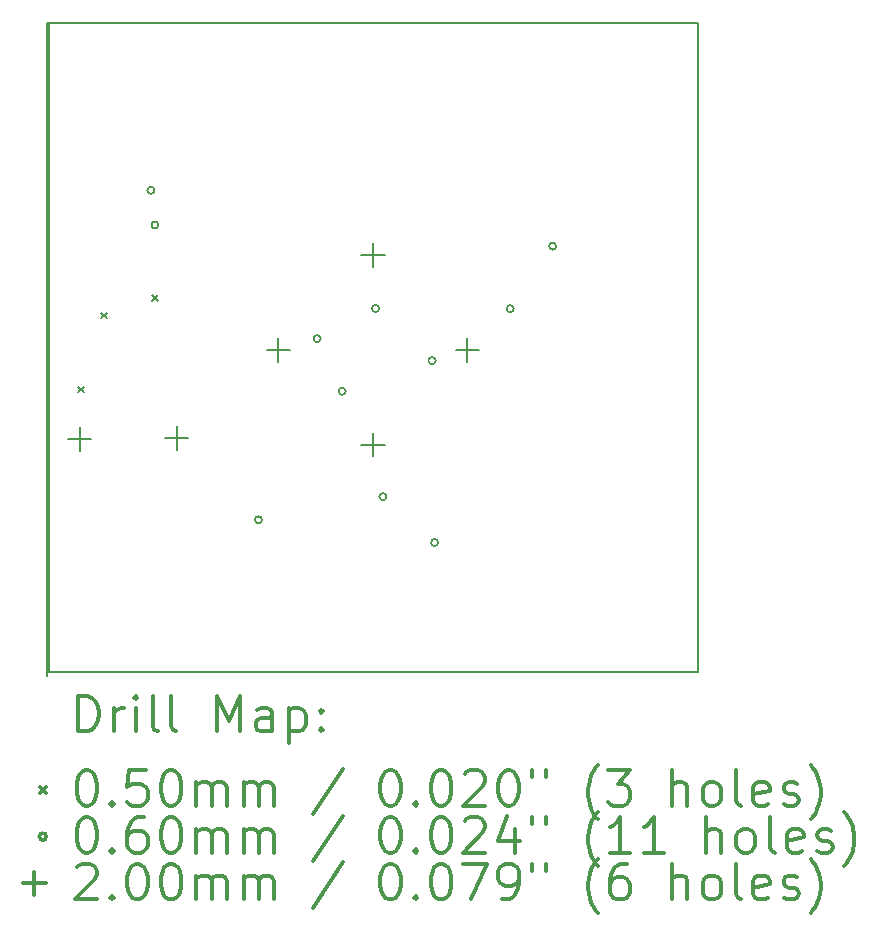
<source format=gbr>
%FSLAX45Y45*%
G04 Gerber Fmt 4.5, Leading zero omitted, Abs format (unit mm)*
G04 Created by KiCad (PCBNEW 4.0.6) date 05/08/17 07:18:40*
%MOMM*%
%LPD*%
G01*
G04 APERTURE LIST*
%ADD10C,0.127000*%
%ADD11C,0.150000*%
%ADD12C,0.200000*%
%ADD13C,0.300000*%
G04 APERTURE END LIST*
D10*
D11*
X9908810Y-12978890D02*
X9908810Y-7478890D01*
X9907210Y-12964290D02*
X9907210Y-7464290D01*
X9907410Y-12955690D02*
X9907410Y-7455690D01*
X9919010Y-12951990D02*
X15419010Y-12951990D01*
X9919010Y-7451990D02*
X15419010Y-7451990D01*
X9919010Y-12951990D02*
X9919010Y-7451990D01*
X15419010Y-12951990D02*
X15419010Y-7451990D01*
X15408110Y-12951990D02*
X9908110Y-12951990D01*
X15408110Y-7451990D02*
X9908110Y-7451990D01*
X9908110Y-12951990D02*
X9908110Y-7451990D01*
D12*
X10169010Y-10531990D02*
X10219010Y-10581990D01*
X10219010Y-10531990D02*
X10169010Y-10581990D01*
X10359790Y-9905090D02*
X10409790Y-9955090D01*
X10409790Y-9905090D02*
X10359790Y-9955090D01*
X10792510Y-9753790D02*
X10842510Y-9803790D01*
X10842510Y-9753790D02*
X10792510Y-9803790D01*
X10815010Y-8871190D02*
G75*
G03X10815010Y-8871190I-30000J0D01*
G01*
X10850010Y-9164390D02*
G75*
G03X10850010Y-9164390I-30000J0D01*
G01*
X11726300Y-11660400D02*
G75*
G03X11726300Y-11660400I-30000J0D01*
G01*
X12222030Y-10126510D02*
G75*
G03X12222030Y-10126510I-30000J0D01*
G01*
X12435810Y-10571890D02*
G75*
G03X12435810Y-10571890I-30000J0D01*
G01*
X12717330Y-9869970D02*
G75*
G03X12717330Y-9869970I-30000J0D01*
G01*
X12780310Y-11464290D02*
G75*
G03X12780310Y-11464290I-30000J0D01*
G01*
X13195710Y-10311890D02*
G75*
G03X13195710Y-10311890I-30000J0D01*
G01*
X13217810Y-11852690D02*
G75*
G03X13217810Y-11852690I-30000J0D01*
G01*
X13857210Y-9872890D02*
G75*
G03X13857210Y-9872890I-30000J0D01*
G01*
X14216410Y-9342390D02*
G75*
G03X14216410Y-9342390I-30000J0D01*
G01*
X10182510Y-10875890D02*
X10182510Y-11075890D01*
X10082510Y-10975890D02*
X10282510Y-10975890D01*
X11002910Y-10869290D02*
X11002910Y-11069290D01*
X10902910Y-10969290D02*
X11102910Y-10969290D01*
X11864370Y-10120490D02*
X11864370Y-10320490D01*
X11764370Y-10220490D02*
X11964370Y-10220490D01*
X12664470Y-9320390D02*
X12664470Y-9520390D01*
X12564470Y-9420390D02*
X12764470Y-9420390D01*
X12664470Y-10923130D02*
X12664470Y-11123130D01*
X12564470Y-11023130D02*
X12764470Y-11023130D01*
X13464570Y-10120490D02*
X13464570Y-10320490D01*
X13364570Y-10220490D02*
X13564570Y-10220490D01*
D13*
X10171139Y-13452104D02*
X10171139Y-13152104D01*
X10242567Y-13152104D01*
X10285424Y-13166390D01*
X10313996Y-13194961D01*
X10328281Y-13223533D01*
X10342567Y-13280676D01*
X10342567Y-13323533D01*
X10328281Y-13380676D01*
X10313996Y-13409247D01*
X10285424Y-13437819D01*
X10242567Y-13452104D01*
X10171139Y-13452104D01*
X10471139Y-13452104D02*
X10471139Y-13252104D01*
X10471139Y-13309247D02*
X10485424Y-13280676D01*
X10499710Y-13266390D01*
X10528281Y-13252104D01*
X10556853Y-13252104D01*
X10656853Y-13452104D02*
X10656853Y-13252104D01*
X10656853Y-13152104D02*
X10642567Y-13166390D01*
X10656853Y-13180676D01*
X10671139Y-13166390D01*
X10656853Y-13152104D01*
X10656853Y-13180676D01*
X10842567Y-13452104D02*
X10813996Y-13437819D01*
X10799710Y-13409247D01*
X10799710Y-13152104D01*
X10999710Y-13452104D02*
X10971139Y-13437819D01*
X10956853Y-13409247D01*
X10956853Y-13152104D01*
X11342567Y-13452104D02*
X11342567Y-13152104D01*
X11442567Y-13366390D01*
X11542567Y-13152104D01*
X11542567Y-13452104D01*
X11813996Y-13452104D02*
X11813996Y-13294961D01*
X11799710Y-13266390D01*
X11771138Y-13252104D01*
X11713996Y-13252104D01*
X11685424Y-13266390D01*
X11813996Y-13437819D02*
X11785424Y-13452104D01*
X11713996Y-13452104D01*
X11685424Y-13437819D01*
X11671138Y-13409247D01*
X11671138Y-13380676D01*
X11685424Y-13352104D01*
X11713996Y-13337819D01*
X11785424Y-13337819D01*
X11813996Y-13323533D01*
X11956853Y-13252104D02*
X11956853Y-13552104D01*
X11956853Y-13266390D02*
X11985424Y-13252104D01*
X12042567Y-13252104D01*
X12071138Y-13266390D01*
X12085424Y-13280676D01*
X12099710Y-13309247D01*
X12099710Y-13394961D01*
X12085424Y-13423533D01*
X12071138Y-13437819D01*
X12042567Y-13452104D01*
X11985424Y-13452104D01*
X11956853Y-13437819D01*
X12228281Y-13423533D02*
X12242567Y-13437819D01*
X12228281Y-13452104D01*
X12213996Y-13437819D01*
X12228281Y-13423533D01*
X12228281Y-13452104D01*
X12228281Y-13266390D02*
X12242567Y-13280676D01*
X12228281Y-13294961D01*
X12213996Y-13280676D01*
X12228281Y-13266390D01*
X12228281Y-13294961D01*
X9849710Y-13921390D02*
X9899710Y-13971390D01*
X9899710Y-13921390D02*
X9849710Y-13971390D01*
X10228281Y-13782104D02*
X10256853Y-13782104D01*
X10285424Y-13796390D01*
X10299710Y-13810676D01*
X10313996Y-13839247D01*
X10328281Y-13896390D01*
X10328281Y-13967819D01*
X10313996Y-14024961D01*
X10299710Y-14053533D01*
X10285424Y-14067819D01*
X10256853Y-14082104D01*
X10228281Y-14082104D01*
X10199710Y-14067819D01*
X10185424Y-14053533D01*
X10171139Y-14024961D01*
X10156853Y-13967819D01*
X10156853Y-13896390D01*
X10171139Y-13839247D01*
X10185424Y-13810676D01*
X10199710Y-13796390D01*
X10228281Y-13782104D01*
X10456853Y-14053533D02*
X10471139Y-14067819D01*
X10456853Y-14082104D01*
X10442567Y-14067819D01*
X10456853Y-14053533D01*
X10456853Y-14082104D01*
X10742567Y-13782104D02*
X10599710Y-13782104D01*
X10585424Y-13924961D01*
X10599710Y-13910676D01*
X10628281Y-13896390D01*
X10699710Y-13896390D01*
X10728281Y-13910676D01*
X10742567Y-13924961D01*
X10756853Y-13953533D01*
X10756853Y-14024961D01*
X10742567Y-14053533D01*
X10728281Y-14067819D01*
X10699710Y-14082104D01*
X10628281Y-14082104D01*
X10599710Y-14067819D01*
X10585424Y-14053533D01*
X10942567Y-13782104D02*
X10971139Y-13782104D01*
X10999710Y-13796390D01*
X11013996Y-13810676D01*
X11028281Y-13839247D01*
X11042567Y-13896390D01*
X11042567Y-13967819D01*
X11028281Y-14024961D01*
X11013996Y-14053533D01*
X10999710Y-14067819D01*
X10971139Y-14082104D01*
X10942567Y-14082104D01*
X10913996Y-14067819D01*
X10899710Y-14053533D01*
X10885424Y-14024961D01*
X10871139Y-13967819D01*
X10871139Y-13896390D01*
X10885424Y-13839247D01*
X10899710Y-13810676D01*
X10913996Y-13796390D01*
X10942567Y-13782104D01*
X11171139Y-14082104D02*
X11171139Y-13882104D01*
X11171139Y-13910676D02*
X11185424Y-13896390D01*
X11213996Y-13882104D01*
X11256853Y-13882104D01*
X11285424Y-13896390D01*
X11299710Y-13924961D01*
X11299710Y-14082104D01*
X11299710Y-13924961D02*
X11313996Y-13896390D01*
X11342567Y-13882104D01*
X11385424Y-13882104D01*
X11413996Y-13896390D01*
X11428281Y-13924961D01*
X11428281Y-14082104D01*
X11571138Y-14082104D02*
X11571138Y-13882104D01*
X11571138Y-13910676D02*
X11585424Y-13896390D01*
X11613996Y-13882104D01*
X11656853Y-13882104D01*
X11685424Y-13896390D01*
X11699710Y-13924961D01*
X11699710Y-14082104D01*
X11699710Y-13924961D02*
X11713996Y-13896390D01*
X11742567Y-13882104D01*
X11785424Y-13882104D01*
X11813996Y-13896390D01*
X11828281Y-13924961D01*
X11828281Y-14082104D01*
X12413996Y-13767819D02*
X12156853Y-14153533D01*
X12799710Y-13782104D02*
X12828281Y-13782104D01*
X12856853Y-13796390D01*
X12871138Y-13810676D01*
X12885424Y-13839247D01*
X12899710Y-13896390D01*
X12899710Y-13967819D01*
X12885424Y-14024961D01*
X12871138Y-14053533D01*
X12856853Y-14067819D01*
X12828281Y-14082104D01*
X12799710Y-14082104D01*
X12771138Y-14067819D01*
X12756853Y-14053533D01*
X12742567Y-14024961D01*
X12728281Y-13967819D01*
X12728281Y-13896390D01*
X12742567Y-13839247D01*
X12756853Y-13810676D01*
X12771138Y-13796390D01*
X12799710Y-13782104D01*
X13028281Y-14053533D02*
X13042567Y-14067819D01*
X13028281Y-14082104D01*
X13013996Y-14067819D01*
X13028281Y-14053533D01*
X13028281Y-14082104D01*
X13228281Y-13782104D02*
X13256853Y-13782104D01*
X13285424Y-13796390D01*
X13299710Y-13810676D01*
X13313995Y-13839247D01*
X13328281Y-13896390D01*
X13328281Y-13967819D01*
X13313995Y-14024961D01*
X13299710Y-14053533D01*
X13285424Y-14067819D01*
X13256853Y-14082104D01*
X13228281Y-14082104D01*
X13199710Y-14067819D01*
X13185424Y-14053533D01*
X13171138Y-14024961D01*
X13156853Y-13967819D01*
X13156853Y-13896390D01*
X13171138Y-13839247D01*
X13185424Y-13810676D01*
X13199710Y-13796390D01*
X13228281Y-13782104D01*
X13442567Y-13810676D02*
X13456853Y-13796390D01*
X13485424Y-13782104D01*
X13556853Y-13782104D01*
X13585424Y-13796390D01*
X13599710Y-13810676D01*
X13613995Y-13839247D01*
X13613995Y-13867819D01*
X13599710Y-13910676D01*
X13428281Y-14082104D01*
X13613995Y-14082104D01*
X13799710Y-13782104D02*
X13828281Y-13782104D01*
X13856853Y-13796390D01*
X13871138Y-13810676D01*
X13885424Y-13839247D01*
X13899710Y-13896390D01*
X13899710Y-13967819D01*
X13885424Y-14024961D01*
X13871138Y-14053533D01*
X13856853Y-14067819D01*
X13828281Y-14082104D01*
X13799710Y-14082104D01*
X13771138Y-14067819D01*
X13756853Y-14053533D01*
X13742567Y-14024961D01*
X13728281Y-13967819D01*
X13728281Y-13896390D01*
X13742567Y-13839247D01*
X13756853Y-13810676D01*
X13771138Y-13796390D01*
X13799710Y-13782104D01*
X14013996Y-13782104D02*
X14013996Y-13839247D01*
X14128281Y-13782104D02*
X14128281Y-13839247D01*
X14571138Y-14196390D02*
X14556853Y-14182104D01*
X14528281Y-14139247D01*
X14513995Y-14110676D01*
X14499710Y-14067819D01*
X14485424Y-13996390D01*
X14485424Y-13939247D01*
X14499710Y-13867819D01*
X14513995Y-13824961D01*
X14528281Y-13796390D01*
X14556853Y-13753533D01*
X14571138Y-13739247D01*
X14656853Y-13782104D02*
X14842567Y-13782104D01*
X14742567Y-13896390D01*
X14785424Y-13896390D01*
X14813995Y-13910676D01*
X14828281Y-13924961D01*
X14842567Y-13953533D01*
X14842567Y-14024961D01*
X14828281Y-14053533D01*
X14813995Y-14067819D01*
X14785424Y-14082104D01*
X14699710Y-14082104D01*
X14671138Y-14067819D01*
X14656853Y-14053533D01*
X15199710Y-14082104D02*
X15199710Y-13782104D01*
X15328281Y-14082104D02*
X15328281Y-13924961D01*
X15313995Y-13896390D01*
X15285424Y-13882104D01*
X15242567Y-13882104D01*
X15213995Y-13896390D01*
X15199710Y-13910676D01*
X15513995Y-14082104D02*
X15485424Y-14067819D01*
X15471138Y-14053533D01*
X15456853Y-14024961D01*
X15456853Y-13939247D01*
X15471138Y-13910676D01*
X15485424Y-13896390D01*
X15513995Y-13882104D01*
X15556853Y-13882104D01*
X15585424Y-13896390D01*
X15599710Y-13910676D01*
X15613995Y-13939247D01*
X15613995Y-14024961D01*
X15599710Y-14053533D01*
X15585424Y-14067819D01*
X15556853Y-14082104D01*
X15513995Y-14082104D01*
X15785424Y-14082104D02*
X15756853Y-14067819D01*
X15742567Y-14039247D01*
X15742567Y-13782104D01*
X16013996Y-14067819D02*
X15985424Y-14082104D01*
X15928281Y-14082104D01*
X15899710Y-14067819D01*
X15885424Y-14039247D01*
X15885424Y-13924961D01*
X15899710Y-13896390D01*
X15928281Y-13882104D01*
X15985424Y-13882104D01*
X16013996Y-13896390D01*
X16028281Y-13924961D01*
X16028281Y-13953533D01*
X15885424Y-13982104D01*
X16142567Y-14067819D02*
X16171138Y-14082104D01*
X16228281Y-14082104D01*
X16256853Y-14067819D01*
X16271138Y-14039247D01*
X16271138Y-14024961D01*
X16256853Y-13996390D01*
X16228281Y-13982104D01*
X16185424Y-13982104D01*
X16156853Y-13967819D01*
X16142567Y-13939247D01*
X16142567Y-13924961D01*
X16156853Y-13896390D01*
X16185424Y-13882104D01*
X16228281Y-13882104D01*
X16256853Y-13896390D01*
X16371138Y-14196390D02*
X16385424Y-14182104D01*
X16413996Y-14139247D01*
X16428281Y-14110676D01*
X16442567Y-14067819D01*
X16456853Y-13996390D01*
X16456853Y-13939247D01*
X16442567Y-13867819D01*
X16428281Y-13824961D01*
X16413996Y-13796390D01*
X16385424Y-13753533D01*
X16371138Y-13739247D01*
X9899710Y-14342390D02*
G75*
G03X9899710Y-14342390I-30000J0D01*
G01*
X10228281Y-14178104D02*
X10256853Y-14178104D01*
X10285424Y-14192390D01*
X10299710Y-14206676D01*
X10313996Y-14235247D01*
X10328281Y-14292390D01*
X10328281Y-14363819D01*
X10313996Y-14420961D01*
X10299710Y-14449533D01*
X10285424Y-14463819D01*
X10256853Y-14478104D01*
X10228281Y-14478104D01*
X10199710Y-14463819D01*
X10185424Y-14449533D01*
X10171139Y-14420961D01*
X10156853Y-14363819D01*
X10156853Y-14292390D01*
X10171139Y-14235247D01*
X10185424Y-14206676D01*
X10199710Y-14192390D01*
X10228281Y-14178104D01*
X10456853Y-14449533D02*
X10471139Y-14463819D01*
X10456853Y-14478104D01*
X10442567Y-14463819D01*
X10456853Y-14449533D01*
X10456853Y-14478104D01*
X10728281Y-14178104D02*
X10671138Y-14178104D01*
X10642567Y-14192390D01*
X10628281Y-14206676D01*
X10599710Y-14249533D01*
X10585424Y-14306676D01*
X10585424Y-14420961D01*
X10599710Y-14449533D01*
X10613996Y-14463819D01*
X10642567Y-14478104D01*
X10699710Y-14478104D01*
X10728281Y-14463819D01*
X10742567Y-14449533D01*
X10756853Y-14420961D01*
X10756853Y-14349533D01*
X10742567Y-14320961D01*
X10728281Y-14306676D01*
X10699710Y-14292390D01*
X10642567Y-14292390D01*
X10613996Y-14306676D01*
X10599710Y-14320961D01*
X10585424Y-14349533D01*
X10942567Y-14178104D02*
X10971139Y-14178104D01*
X10999710Y-14192390D01*
X11013996Y-14206676D01*
X11028281Y-14235247D01*
X11042567Y-14292390D01*
X11042567Y-14363819D01*
X11028281Y-14420961D01*
X11013996Y-14449533D01*
X10999710Y-14463819D01*
X10971139Y-14478104D01*
X10942567Y-14478104D01*
X10913996Y-14463819D01*
X10899710Y-14449533D01*
X10885424Y-14420961D01*
X10871139Y-14363819D01*
X10871139Y-14292390D01*
X10885424Y-14235247D01*
X10899710Y-14206676D01*
X10913996Y-14192390D01*
X10942567Y-14178104D01*
X11171139Y-14478104D02*
X11171139Y-14278104D01*
X11171139Y-14306676D02*
X11185424Y-14292390D01*
X11213996Y-14278104D01*
X11256853Y-14278104D01*
X11285424Y-14292390D01*
X11299710Y-14320961D01*
X11299710Y-14478104D01*
X11299710Y-14320961D02*
X11313996Y-14292390D01*
X11342567Y-14278104D01*
X11385424Y-14278104D01*
X11413996Y-14292390D01*
X11428281Y-14320961D01*
X11428281Y-14478104D01*
X11571138Y-14478104D02*
X11571138Y-14278104D01*
X11571138Y-14306676D02*
X11585424Y-14292390D01*
X11613996Y-14278104D01*
X11656853Y-14278104D01*
X11685424Y-14292390D01*
X11699710Y-14320961D01*
X11699710Y-14478104D01*
X11699710Y-14320961D02*
X11713996Y-14292390D01*
X11742567Y-14278104D01*
X11785424Y-14278104D01*
X11813996Y-14292390D01*
X11828281Y-14320961D01*
X11828281Y-14478104D01*
X12413996Y-14163819D02*
X12156853Y-14549533D01*
X12799710Y-14178104D02*
X12828281Y-14178104D01*
X12856853Y-14192390D01*
X12871138Y-14206676D01*
X12885424Y-14235247D01*
X12899710Y-14292390D01*
X12899710Y-14363819D01*
X12885424Y-14420961D01*
X12871138Y-14449533D01*
X12856853Y-14463819D01*
X12828281Y-14478104D01*
X12799710Y-14478104D01*
X12771138Y-14463819D01*
X12756853Y-14449533D01*
X12742567Y-14420961D01*
X12728281Y-14363819D01*
X12728281Y-14292390D01*
X12742567Y-14235247D01*
X12756853Y-14206676D01*
X12771138Y-14192390D01*
X12799710Y-14178104D01*
X13028281Y-14449533D02*
X13042567Y-14463819D01*
X13028281Y-14478104D01*
X13013996Y-14463819D01*
X13028281Y-14449533D01*
X13028281Y-14478104D01*
X13228281Y-14178104D02*
X13256853Y-14178104D01*
X13285424Y-14192390D01*
X13299710Y-14206676D01*
X13313995Y-14235247D01*
X13328281Y-14292390D01*
X13328281Y-14363819D01*
X13313995Y-14420961D01*
X13299710Y-14449533D01*
X13285424Y-14463819D01*
X13256853Y-14478104D01*
X13228281Y-14478104D01*
X13199710Y-14463819D01*
X13185424Y-14449533D01*
X13171138Y-14420961D01*
X13156853Y-14363819D01*
X13156853Y-14292390D01*
X13171138Y-14235247D01*
X13185424Y-14206676D01*
X13199710Y-14192390D01*
X13228281Y-14178104D01*
X13442567Y-14206676D02*
X13456853Y-14192390D01*
X13485424Y-14178104D01*
X13556853Y-14178104D01*
X13585424Y-14192390D01*
X13599710Y-14206676D01*
X13613995Y-14235247D01*
X13613995Y-14263819D01*
X13599710Y-14306676D01*
X13428281Y-14478104D01*
X13613995Y-14478104D01*
X13871138Y-14278104D02*
X13871138Y-14478104D01*
X13799710Y-14163819D02*
X13728281Y-14378104D01*
X13913995Y-14378104D01*
X14013996Y-14178104D02*
X14013996Y-14235247D01*
X14128281Y-14178104D02*
X14128281Y-14235247D01*
X14571138Y-14592390D02*
X14556853Y-14578104D01*
X14528281Y-14535247D01*
X14513995Y-14506676D01*
X14499710Y-14463819D01*
X14485424Y-14392390D01*
X14485424Y-14335247D01*
X14499710Y-14263819D01*
X14513995Y-14220961D01*
X14528281Y-14192390D01*
X14556853Y-14149533D01*
X14571138Y-14135247D01*
X14842567Y-14478104D02*
X14671138Y-14478104D01*
X14756853Y-14478104D02*
X14756853Y-14178104D01*
X14728281Y-14220961D01*
X14699710Y-14249533D01*
X14671138Y-14263819D01*
X15128281Y-14478104D02*
X14956853Y-14478104D01*
X15042567Y-14478104D02*
X15042567Y-14178104D01*
X15013995Y-14220961D01*
X14985424Y-14249533D01*
X14956853Y-14263819D01*
X15485424Y-14478104D02*
X15485424Y-14178104D01*
X15613995Y-14478104D02*
X15613995Y-14320961D01*
X15599710Y-14292390D01*
X15571138Y-14278104D01*
X15528281Y-14278104D01*
X15499710Y-14292390D01*
X15485424Y-14306676D01*
X15799710Y-14478104D02*
X15771138Y-14463819D01*
X15756853Y-14449533D01*
X15742567Y-14420961D01*
X15742567Y-14335247D01*
X15756853Y-14306676D01*
X15771138Y-14292390D01*
X15799710Y-14278104D01*
X15842567Y-14278104D01*
X15871138Y-14292390D01*
X15885424Y-14306676D01*
X15899710Y-14335247D01*
X15899710Y-14420961D01*
X15885424Y-14449533D01*
X15871138Y-14463819D01*
X15842567Y-14478104D01*
X15799710Y-14478104D01*
X16071138Y-14478104D02*
X16042567Y-14463819D01*
X16028281Y-14435247D01*
X16028281Y-14178104D01*
X16299710Y-14463819D02*
X16271138Y-14478104D01*
X16213996Y-14478104D01*
X16185424Y-14463819D01*
X16171138Y-14435247D01*
X16171138Y-14320961D01*
X16185424Y-14292390D01*
X16213996Y-14278104D01*
X16271138Y-14278104D01*
X16299710Y-14292390D01*
X16313996Y-14320961D01*
X16313996Y-14349533D01*
X16171138Y-14378104D01*
X16428281Y-14463819D02*
X16456853Y-14478104D01*
X16513996Y-14478104D01*
X16542567Y-14463819D01*
X16556853Y-14435247D01*
X16556853Y-14420961D01*
X16542567Y-14392390D01*
X16513996Y-14378104D01*
X16471138Y-14378104D01*
X16442567Y-14363819D01*
X16428281Y-14335247D01*
X16428281Y-14320961D01*
X16442567Y-14292390D01*
X16471138Y-14278104D01*
X16513996Y-14278104D01*
X16542567Y-14292390D01*
X16656853Y-14592390D02*
X16671138Y-14578104D01*
X16699710Y-14535247D01*
X16713996Y-14506676D01*
X16728281Y-14463819D01*
X16742567Y-14392390D01*
X16742567Y-14335247D01*
X16728281Y-14263819D01*
X16713996Y-14220961D01*
X16699710Y-14192390D01*
X16671138Y-14149533D01*
X16656853Y-14135247D01*
X9799710Y-14638390D02*
X9799710Y-14838390D01*
X9699710Y-14738390D02*
X9899710Y-14738390D01*
X10156853Y-14602676D02*
X10171139Y-14588390D01*
X10199710Y-14574104D01*
X10271139Y-14574104D01*
X10299710Y-14588390D01*
X10313996Y-14602676D01*
X10328281Y-14631247D01*
X10328281Y-14659819D01*
X10313996Y-14702676D01*
X10142567Y-14874104D01*
X10328281Y-14874104D01*
X10456853Y-14845533D02*
X10471139Y-14859819D01*
X10456853Y-14874104D01*
X10442567Y-14859819D01*
X10456853Y-14845533D01*
X10456853Y-14874104D01*
X10656853Y-14574104D02*
X10685424Y-14574104D01*
X10713996Y-14588390D01*
X10728281Y-14602676D01*
X10742567Y-14631247D01*
X10756853Y-14688390D01*
X10756853Y-14759819D01*
X10742567Y-14816961D01*
X10728281Y-14845533D01*
X10713996Y-14859819D01*
X10685424Y-14874104D01*
X10656853Y-14874104D01*
X10628281Y-14859819D01*
X10613996Y-14845533D01*
X10599710Y-14816961D01*
X10585424Y-14759819D01*
X10585424Y-14688390D01*
X10599710Y-14631247D01*
X10613996Y-14602676D01*
X10628281Y-14588390D01*
X10656853Y-14574104D01*
X10942567Y-14574104D02*
X10971139Y-14574104D01*
X10999710Y-14588390D01*
X11013996Y-14602676D01*
X11028281Y-14631247D01*
X11042567Y-14688390D01*
X11042567Y-14759819D01*
X11028281Y-14816961D01*
X11013996Y-14845533D01*
X10999710Y-14859819D01*
X10971139Y-14874104D01*
X10942567Y-14874104D01*
X10913996Y-14859819D01*
X10899710Y-14845533D01*
X10885424Y-14816961D01*
X10871139Y-14759819D01*
X10871139Y-14688390D01*
X10885424Y-14631247D01*
X10899710Y-14602676D01*
X10913996Y-14588390D01*
X10942567Y-14574104D01*
X11171139Y-14874104D02*
X11171139Y-14674104D01*
X11171139Y-14702676D02*
X11185424Y-14688390D01*
X11213996Y-14674104D01*
X11256853Y-14674104D01*
X11285424Y-14688390D01*
X11299710Y-14716961D01*
X11299710Y-14874104D01*
X11299710Y-14716961D02*
X11313996Y-14688390D01*
X11342567Y-14674104D01*
X11385424Y-14674104D01*
X11413996Y-14688390D01*
X11428281Y-14716961D01*
X11428281Y-14874104D01*
X11571138Y-14874104D02*
X11571138Y-14674104D01*
X11571138Y-14702676D02*
X11585424Y-14688390D01*
X11613996Y-14674104D01*
X11656853Y-14674104D01*
X11685424Y-14688390D01*
X11699710Y-14716961D01*
X11699710Y-14874104D01*
X11699710Y-14716961D02*
X11713996Y-14688390D01*
X11742567Y-14674104D01*
X11785424Y-14674104D01*
X11813996Y-14688390D01*
X11828281Y-14716961D01*
X11828281Y-14874104D01*
X12413996Y-14559819D02*
X12156853Y-14945533D01*
X12799710Y-14574104D02*
X12828281Y-14574104D01*
X12856853Y-14588390D01*
X12871138Y-14602676D01*
X12885424Y-14631247D01*
X12899710Y-14688390D01*
X12899710Y-14759819D01*
X12885424Y-14816961D01*
X12871138Y-14845533D01*
X12856853Y-14859819D01*
X12828281Y-14874104D01*
X12799710Y-14874104D01*
X12771138Y-14859819D01*
X12756853Y-14845533D01*
X12742567Y-14816961D01*
X12728281Y-14759819D01*
X12728281Y-14688390D01*
X12742567Y-14631247D01*
X12756853Y-14602676D01*
X12771138Y-14588390D01*
X12799710Y-14574104D01*
X13028281Y-14845533D02*
X13042567Y-14859819D01*
X13028281Y-14874104D01*
X13013996Y-14859819D01*
X13028281Y-14845533D01*
X13028281Y-14874104D01*
X13228281Y-14574104D02*
X13256853Y-14574104D01*
X13285424Y-14588390D01*
X13299710Y-14602676D01*
X13313995Y-14631247D01*
X13328281Y-14688390D01*
X13328281Y-14759819D01*
X13313995Y-14816961D01*
X13299710Y-14845533D01*
X13285424Y-14859819D01*
X13256853Y-14874104D01*
X13228281Y-14874104D01*
X13199710Y-14859819D01*
X13185424Y-14845533D01*
X13171138Y-14816961D01*
X13156853Y-14759819D01*
X13156853Y-14688390D01*
X13171138Y-14631247D01*
X13185424Y-14602676D01*
X13199710Y-14588390D01*
X13228281Y-14574104D01*
X13428281Y-14574104D02*
X13628281Y-14574104D01*
X13499710Y-14874104D01*
X13756853Y-14874104D02*
X13813995Y-14874104D01*
X13842567Y-14859819D01*
X13856853Y-14845533D01*
X13885424Y-14802676D01*
X13899710Y-14745533D01*
X13899710Y-14631247D01*
X13885424Y-14602676D01*
X13871138Y-14588390D01*
X13842567Y-14574104D01*
X13785424Y-14574104D01*
X13756853Y-14588390D01*
X13742567Y-14602676D01*
X13728281Y-14631247D01*
X13728281Y-14702676D01*
X13742567Y-14731247D01*
X13756853Y-14745533D01*
X13785424Y-14759819D01*
X13842567Y-14759819D01*
X13871138Y-14745533D01*
X13885424Y-14731247D01*
X13899710Y-14702676D01*
X14013996Y-14574104D02*
X14013996Y-14631247D01*
X14128281Y-14574104D02*
X14128281Y-14631247D01*
X14571138Y-14988390D02*
X14556853Y-14974104D01*
X14528281Y-14931247D01*
X14513995Y-14902676D01*
X14499710Y-14859819D01*
X14485424Y-14788390D01*
X14485424Y-14731247D01*
X14499710Y-14659819D01*
X14513995Y-14616961D01*
X14528281Y-14588390D01*
X14556853Y-14545533D01*
X14571138Y-14531247D01*
X14813995Y-14574104D02*
X14756853Y-14574104D01*
X14728281Y-14588390D01*
X14713995Y-14602676D01*
X14685424Y-14645533D01*
X14671138Y-14702676D01*
X14671138Y-14816961D01*
X14685424Y-14845533D01*
X14699710Y-14859819D01*
X14728281Y-14874104D01*
X14785424Y-14874104D01*
X14813995Y-14859819D01*
X14828281Y-14845533D01*
X14842567Y-14816961D01*
X14842567Y-14745533D01*
X14828281Y-14716961D01*
X14813995Y-14702676D01*
X14785424Y-14688390D01*
X14728281Y-14688390D01*
X14699710Y-14702676D01*
X14685424Y-14716961D01*
X14671138Y-14745533D01*
X15199710Y-14874104D02*
X15199710Y-14574104D01*
X15328281Y-14874104D02*
X15328281Y-14716961D01*
X15313995Y-14688390D01*
X15285424Y-14674104D01*
X15242567Y-14674104D01*
X15213995Y-14688390D01*
X15199710Y-14702676D01*
X15513995Y-14874104D02*
X15485424Y-14859819D01*
X15471138Y-14845533D01*
X15456853Y-14816961D01*
X15456853Y-14731247D01*
X15471138Y-14702676D01*
X15485424Y-14688390D01*
X15513995Y-14674104D01*
X15556853Y-14674104D01*
X15585424Y-14688390D01*
X15599710Y-14702676D01*
X15613995Y-14731247D01*
X15613995Y-14816961D01*
X15599710Y-14845533D01*
X15585424Y-14859819D01*
X15556853Y-14874104D01*
X15513995Y-14874104D01*
X15785424Y-14874104D02*
X15756853Y-14859819D01*
X15742567Y-14831247D01*
X15742567Y-14574104D01*
X16013996Y-14859819D02*
X15985424Y-14874104D01*
X15928281Y-14874104D01*
X15899710Y-14859819D01*
X15885424Y-14831247D01*
X15885424Y-14716961D01*
X15899710Y-14688390D01*
X15928281Y-14674104D01*
X15985424Y-14674104D01*
X16013996Y-14688390D01*
X16028281Y-14716961D01*
X16028281Y-14745533D01*
X15885424Y-14774104D01*
X16142567Y-14859819D02*
X16171138Y-14874104D01*
X16228281Y-14874104D01*
X16256853Y-14859819D01*
X16271138Y-14831247D01*
X16271138Y-14816961D01*
X16256853Y-14788390D01*
X16228281Y-14774104D01*
X16185424Y-14774104D01*
X16156853Y-14759819D01*
X16142567Y-14731247D01*
X16142567Y-14716961D01*
X16156853Y-14688390D01*
X16185424Y-14674104D01*
X16228281Y-14674104D01*
X16256853Y-14688390D01*
X16371138Y-14988390D02*
X16385424Y-14974104D01*
X16413996Y-14931247D01*
X16428281Y-14902676D01*
X16442567Y-14859819D01*
X16456853Y-14788390D01*
X16456853Y-14731247D01*
X16442567Y-14659819D01*
X16428281Y-14616961D01*
X16413996Y-14588390D01*
X16385424Y-14545533D01*
X16371138Y-14531247D01*
M02*

</source>
